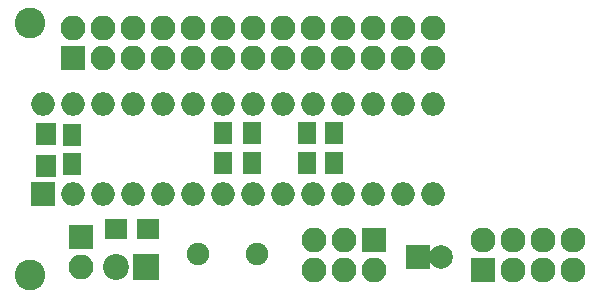
<source format=gts>
G04 #@! TF.FileFunction,Soldermask,Top*
%FSLAX46Y46*%
G04 Gerber Fmt 4.6, Leading zero omitted, Abs format (unit mm)*
G04 Created by KiCad (PCBNEW 4.0.6) date 05/18/17 21:56:45*
%MOMM*%
%LPD*%
G01*
G04 APERTURE LIST*
%ADD10C,0.100000*%
%ADD11C,2.600000*%
%ADD12R,2.100000X2.100000*%
%ADD13O,2.100000X2.100000*%
%ADD14R,2.000000X2.000000*%
%ADD15O,2.000000X2.000000*%
%ADD16C,2.000000*%
%ADD17C,1.900000*%
%ADD18O,2.127200X2.127200*%
%ADD19R,2.127200X2.127200*%
%ADD20R,1.650000X1.900000*%
%ADD21R,1.700000X1.900000*%
%ADD22R,2.200000X2.200000*%
%ADD23C,2.200000*%
%ADD24R,1.900000X1.700000*%
G04 APERTURE END LIST*
D10*
D11*
X101854000Y-89154000D03*
X101854000Y-67818000D03*
D12*
X131000000Y-86200000D03*
D13*
X131000000Y-88740000D03*
X128460000Y-86200000D03*
X128460000Y-88740000D03*
X125920000Y-86200000D03*
X125920000Y-88740000D03*
D12*
X105520000Y-70800000D03*
D13*
X105520000Y-68260000D03*
X108060000Y-70800000D03*
X108060000Y-68260000D03*
X110600000Y-70800000D03*
X110600000Y-68260000D03*
X113140000Y-70800000D03*
X113140000Y-68260000D03*
X115680000Y-70800000D03*
X115680000Y-68260000D03*
X118220000Y-70800000D03*
X118220000Y-68260000D03*
X120760000Y-70800000D03*
X120760000Y-68260000D03*
X123300000Y-70800000D03*
X123300000Y-68260000D03*
X125840000Y-70800000D03*
X125840000Y-68260000D03*
X128380000Y-70800000D03*
X128380000Y-68260000D03*
X130920000Y-70800000D03*
X130920000Y-68260000D03*
X133460000Y-70800000D03*
X133460000Y-68260000D03*
X136000000Y-70800000D03*
X136000000Y-68260000D03*
D14*
X102980000Y-82296000D03*
D15*
X136000000Y-74676000D03*
X105520000Y-82296000D03*
X133460000Y-74676000D03*
X108060000Y-82296000D03*
X130920000Y-74676000D03*
X110600000Y-82296000D03*
X128380000Y-74676000D03*
X113140000Y-82296000D03*
X125840000Y-74676000D03*
X115680000Y-82296000D03*
X123300000Y-74676000D03*
X118220000Y-82296000D03*
X120760000Y-74676000D03*
X120760000Y-82296000D03*
X118220000Y-74676000D03*
X123300000Y-82296000D03*
X115680000Y-74676000D03*
X125840000Y-82296000D03*
X113140000Y-74676000D03*
X128380000Y-82296000D03*
X110600000Y-74676000D03*
X130920000Y-82296000D03*
X108060000Y-74676000D03*
X133460000Y-82296000D03*
X105520000Y-74676000D03*
X136000000Y-82296000D03*
X102980000Y-74676000D03*
D14*
X134700000Y-87700000D03*
D16*
X136700000Y-87700000D03*
D17*
X116100000Y-87400000D03*
X121100000Y-87400000D03*
D18*
X147840000Y-88740000D03*
X147840000Y-86200000D03*
X145300000Y-88740000D03*
X145300000Y-86200000D03*
X142760000Y-88740000D03*
X142760000Y-86200000D03*
D19*
X140220000Y-88740000D03*
D18*
X140220000Y-86200000D03*
D20*
X105400000Y-77300000D03*
X105400000Y-79800000D03*
X127600000Y-79700000D03*
X127600000Y-77200000D03*
X125300000Y-79700000D03*
X125300000Y-77200000D03*
X120700000Y-77200000D03*
X120700000Y-79700000D03*
X118200000Y-79700000D03*
X118200000Y-77200000D03*
D21*
X103200000Y-77250000D03*
X103200000Y-79950000D03*
D22*
X111700000Y-88500000D03*
D23*
X109160000Y-88500000D03*
D24*
X111900000Y-85300000D03*
X109200000Y-85300000D03*
D12*
X106200000Y-85960000D03*
D13*
X106200000Y-88500000D03*
M02*

</source>
